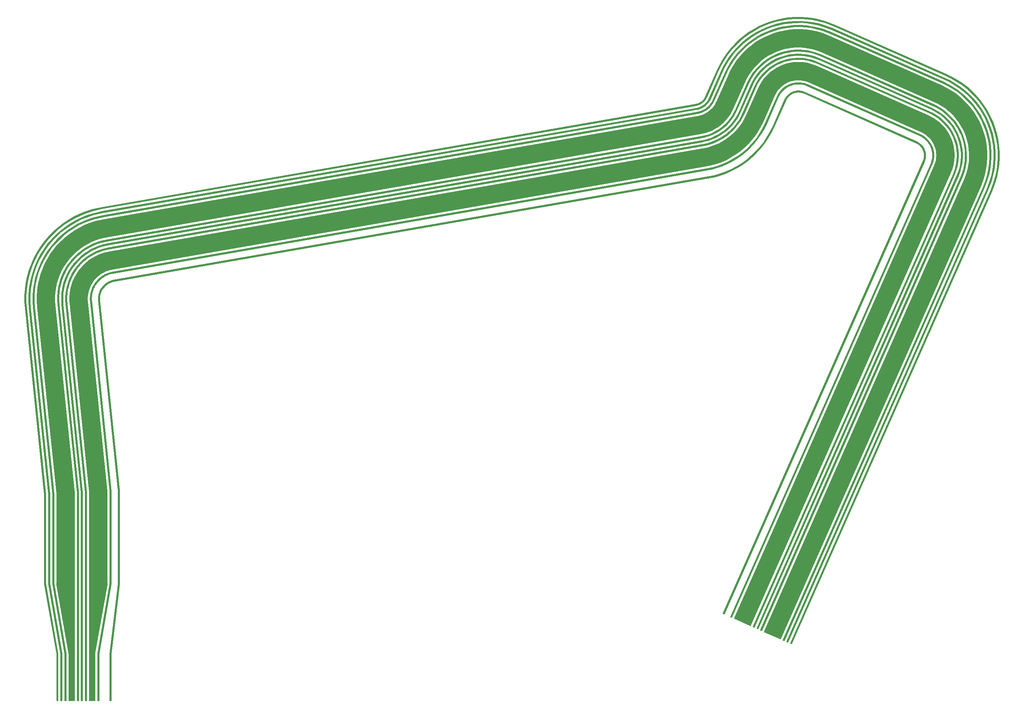
<source format=gbr>
G04 AutoGERB 2.0 for AutoCAD 14*
G04 RS274-X Output *
%FSLAX34Y34*%
%MOMM*%
%ADD12C,0.005000*%
%ADD13C,0.007000*%
G36*X691324Y918835D02*X691324Y1138336D01*X644127Y1594700*X643216Y1608022*X643235Y1621765*X644210Y1635475*X646134Y1649083*X649002Y1662525*X652796Y1675734*X657501Y1688649*X663092Y1701206*X669543Y1713341*X676822Y1724999*X684895Y1736124*X693721Y1746658*X703258Y1756555*X713461Y1765764*X724280Y1774241*X735662Y1781946*X747552Y1788839*X759893Y1794890*X772624Y1800067*X785900Y1804417*X806217Y1809109*X2257544Y2061147*X2262183Y2062120*X2266365Y2063306*X2270458Y2064781*X2274434Y2066535*X2278281Y2068564*X2281978Y2070854*X2285505Y2073396*X2288848Y2076177*X2291990Y2079184*X2294914Y2082402*X2297607Y2085814*X2300056Y2089406*X2302227Y2093122*X2304575Y2097917*X2333046Y2162307*X2338564Y2173697*X2345056Y2185017*X2352320Y2195856*X2360319Y2206164*X2369015Y2215891*X2378368Y2224990*X2388330Y2233417*X2398855Y2241131*X2409891Y2248094*X2421384Y2254271*X2433278Y2259635*X2445517Y2264160*X2458041Y2267821*X2470790Y2270603*X2483699Y2272492*X2496710Y2273478*X2509759Y2273558*X2522781Y2272729*X2535714Y2270997*X2548495Y2268370*X2561277Y2264801*X2579636Y2257854*X2854929Y2136124*X2866320Y2130607*X2877640Y2124114*X2888479Y2116851*X2898786Y2108853*X2908515Y2100157*X2917614Y2090803*X2926041Y2080841*X2933754Y2070316*X2940717Y2059282*X2946896Y2047789*X2952260Y2035894*X2956785Y2023655*X2960446Y2011131*X2963228Y1998383*X2965118Y1985474*X2966104Y1972461*X2966183Y1959413*X2965355Y1946392*X2963623Y1933458*X2960996Y1920677*X2957426Y1907894*X2950476Y1889534*X2461000Y782568*X2419847Y800775*X2908825Y1906611*X2914627Y1921939*X2917233Y1931272*X2919230Y1940985*X2920546Y1950811*X2921174Y1960706*X2921115Y1970622*X2920365Y1980507*X2918929Y1990318*X2916815Y2000006*X2914032Y2009522*X2910595Y2018823*X2906519Y2027860*X2901824Y2036593*X2896533Y2044979*X2890672Y2052976*X2884269Y2060546*X2877354Y2067652*X2869963Y2074260*X2862128Y2080340*X2853891Y2085859*X2845291Y2090792*X2836016Y2095285*X2562561Y2216201*X2547234Y2222000*X2537900Y2224607*X2528187Y2226604*X2518360Y2227920*X2508466Y2228549*X2498551Y2228489*X2488664Y2227739*X2478853Y2226304*X2469166Y2224190*X2459650Y2221407*X2450349Y2217970*X2441311Y2213894*X2432578Y2209199*X2424192Y2203908*X2416195Y2198048*X2408625Y2191645*X2401518Y2184730*X2394910Y2177339*X2388831Y2169505*X2383311Y2161268*X2378379Y2152668*X2373885Y2143392*X2345376Y2078918*X2341916Y2071849*X2338119Y2065351*X2333904Y2059169*X2329269Y2053295*X2324237Y2047759*X2318833Y2042586*X2313082Y2037801*X2307011Y2033427*X2300652Y2029487*X2294035Y2025998*X2287189Y2022978*X2280152Y2020441*X2272954Y2018399*X2266015Y2016944*X815136Y1764984*X797993Y1761026*X788125Y1757792*X778296Y1753795*X768769Y1749124*X759589Y1743801*X750801Y1737854*X742450Y1731309*X734573Y1724200*X727210Y1716559*X720394Y1708425*X714163Y1699838*X708544Y1690836*X703563Y1681467*X699246Y1671774*X695615Y1661805*X692685Y1651606*X690471Y1641228*X688985Y1630722*X688232Y1620138*X688219Y1609527*X688968Y1598549*X736323Y1140657*X736323Y918835*X691324Y918835*G37*G36*X661324Y917547D02*X661324Y1136790D01*X614322Y1591268*X613245Y1607018*X613267Y1622849*X614389Y1638641*X616606Y1654315*X619909Y1669797*X624280Y1685013*X629699Y1699888*X636139Y1714349*X643569Y1728329*X651953Y1741756*X661251Y1754569*X671418Y1766705*X682404Y1778103*X694155Y1788711*X706616Y1798475*X719726Y1807349*X733422Y1815290*X747636Y1822259*X762300Y1828222*X777369Y1833160*X801627Y1838760*X2252754Y2090764*X2255010Y2091237*X2257186Y2091854*X2259313Y2092621*X2261382Y2093534*X2263383Y2094588*X2265304Y2095780*X2267140Y2097102*X2268878Y2098548*X2270512Y2100111*X2272033Y2101785*X2273433Y2103561*X2274708Y2105429*X2275845Y2107377*X2276980Y2109694*X2305468Y2174120*X2312048Y2187702*X2319577Y2200831*X2328002Y2213404*X2337281Y2225362*X2347369Y2236645*X2358217Y2247199*X2369773Y2256974*X2381981Y2265919*X2394780Y2273996*X2408111Y2281163*X2421908Y2287384*X2436104Y2292633*X2450631Y2296879*X2465418Y2300107*X2480394Y2302298*X2495486Y2303442*X2510620Y2303533*X2525725Y2302572*X2540727Y2300563*X2555551Y2297516*X2570153Y2293438*X2592267Y2285071*X2866743Y2163702*X2880326Y2157123*X2893455Y2149593*X2906028Y2141169*X2917986Y2131890*X2929269Y2121802*X2939823Y2110954*X2949597Y2099399*X2958544Y2087191*X2966620Y2074391*X2973788Y2061061*X2980009Y2047264*X2985258Y2033068*X2989504Y2018541*X2992733Y2003754*X2994923Y1988778*X2996068Y1973687*X2996159Y1958552*X2995199Y1943447*X2993190Y1928446*X2990143Y1913621*X2986065Y1899019*X2977693Y1876903*X2488438Y770437*X2483865Y772460*X2973066Y1878800*X2981310Y1900580*X2985280Y1914798*X2988257Y1929283*X2990220Y1943938*X2991158Y1958695*X2991069Y1973482*X2989950Y1988227*X2987810Y2002857*X2984657Y2017304*X2980507Y2031497*X2975380Y2045367*X2969301Y2058846*X2962299Y2071870*X2954409Y2084376*X2945668Y2096302*X2936118Y2107593*X2925806Y2118191*X2914783Y2128047*X2903101Y2137112*X2890816Y2145342*X2877989Y2152700*X2864642Y2159165*X2590370Y2280442*X2568592Y2288683*X2554374Y2292653*X2539890Y2295630*X2525234Y2297593*X2510477Y2298532*X2495691Y2298443*X2480945Y2297325*X2466315Y2295184*X2451868Y2292032*X2437675Y2287882*X2423805Y2282755*X2410326Y2276676*X2397301Y2269675*X2384796Y2261784*X2372868Y2253043*X2361578Y2243494*X2350980Y2233182*X2341124Y2222159*X2332059Y2210477*X2323828Y2198192*X2316471Y2185365*X2310005Y2172019*X2281513Y2107583*X2280256Y2105014*X2278937Y2102756*X2277466Y2100600*X2275850Y2098552*X2274095Y2096620*X2272209Y2094815*X2270203Y2093147*X2268087Y2091621*X2265868Y2090247*X2263559Y2089029*X2261172Y2087976*X2258717Y2087091*X2256207Y2086380*X2253695Y2085853*X802618Y1833857*X778712Y1828339*X764023Y1823525*X749681Y1817692*X735779Y1810877*X722385Y1803110*X709563Y1794432*X697376Y1784882*X685883Y1774508*X675139Y1763360*X665196Y1751492*X656102Y1738961*X647902Y1725828*X640636Y1712156*X634338Y1698013*X629037Y1683466*X624762Y1668584*X621533Y1653442*X619364Y1638112*X618266Y1622668*X618246Y1607185*X619305Y1591695*X666323Y1137047*X666323Y917547*X661324Y917547*G37*G36*X671324Y917547D02*X671324Y1137305D01*X624269Y1592297*X623239Y1607353*X623260Y1622488*X624333Y1637585*X626453Y1652571*X629611Y1667372*X633790Y1681919*X638970Y1696140*X645127Y1709966*X652231Y1723331*X660246Y1736168*X669135Y1748418*X678855Y1760020*X689358Y1770918*X700593Y1781059*X712506Y1790394*X725040Y1798878*X738134Y1806469*X751723Y1813133*X765743Y1818834*X780150Y1823554*X803338Y1828908*X2254465Y2080911*X2257402Y2081527*X2260247Y2082334*X2263029Y2083337*X2265734Y2084531*X2268351Y2085910*X2270865Y2087468*X2273265Y2089196*X2275537Y2091087*X2277674Y2093133*X2279663Y2095322*X2281495Y2097643*X2283161Y2100086*X2284651Y2102635*X2286126Y2105649*X2314614Y2170076*X2320891Y2183032*X2328074Y2195557*X2336111Y2207552*X2344964Y2218960*X2354588Y2229725*X2364937Y2239793*X2375961Y2249117*X2387608Y2257653*X2399819Y2265358*X2412537Y2272196*X2425700Y2278131*X2439243Y2283138*X2453102Y2287189*X2467209Y2290269*X2481497Y2292359*X2495894Y2293450*X2510333Y2293537*X2524743Y2292621*X2539055Y2290704*X2553198Y2287797*X2567129Y2283906*X2588223Y2275925*X2862699Y2154556*X2875655Y2148280*X2888181Y2141097*X2900176Y2133060*X2911584Y2124208*X2922348Y2114584*X2932417Y2104234*X2941741Y2093211*X2950277Y2081564*X2957982Y2069353*X2964820Y2056635*X2970756Y2043472*X2975763Y2029929*X2979814Y2016070*X2982894Y2001963*X2984984Y1987675*X2986076Y1973278*X2986163Y1958839*X2985247Y1944429*X2983331Y1930117*X2980423Y1915974*X2976533Y1902043*X2968547Y1880947*X2479292Y774481*X2474719Y776504*X2963920Y1882844*X2971778Y1903604*X2975560Y1917151*X2978398Y1930954*X2980268Y1944920*X2981162Y1958982*X2981077Y1973073*X2980011Y1987124*X2977971Y2001066*X2974967Y2014833*X2971012Y2028358*X2966127Y2041575*X2960333Y2054420*X2953661Y2066832*X2946142Y2078749*X2937812Y2090114*X2928712Y2100873*X2918885Y2110973*X2908381Y2120365*X2897249Y2129003*X2885542Y2136846*X2873318Y2143857*X2860598Y2150019*X2586326Y2271296*X2565568Y2279151*X2552021Y2282934*X2538218Y2285771*X2524252Y2287642*X2510190Y2288536*X2496099Y2288451*X2482048Y2287386*X2468106Y2285346*X2454339Y2282342*X2440814Y2278387*X2427597Y2273502*X2414752Y2267709*X2402340Y2261037*X2390423Y2253518*X2379058Y2245188*X2368298Y2236088*X2358199Y2226262*X2348807Y2215757*X2340168Y2204625*X2332325Y2192918*X2325314Y2180695*X2319151Y2167975*X2290659Y2103538*X2289060Y2100272*X2287390Y2097413*X2285528Y2094682*X2283480Y2092087*X2281257Y2089642*X2278870Y2087356*X2276328Y2085241*X2273646Y2083309*X2270836Y2081569*X2267913Y2080026*X2264888Y2078692*X2261778Y2077571*X2258599Y2076670*X2255406Y2076000*X804329Y1824005*X781493Y1818733*X767466Y1814137*X753768Y1808566*X740491Y1802056*X727699Y1794639*X715453Y1786351*X703814Y1777230*X692837Y1767323*X682576Y1756675*X673080Y1745341*X664395Y1733373*X656564Y1720830*X649624Y1707773*X643609Y1694265*X638547Y1680372*X634464Y1666159*X631380Y1651698*X629308Y1637056*X628259Y1622307*X628240Y1607520*X629252Y1592724*X676323Y1137562*X676323Y917547*X671324Y917547*G37*G36*X681324Y917547D02*X681324Y1137821D01*X634215Y1593325*X633234Y1607687*X633254Y1622126*X634277Y1636530*X636300Y1650826*X639312Y1664947*X643299Y1678825*X648241Y1692392*X654115Y1705583*X660892Y1718333*X668539Y1730580*X677020Y1742267*X686292Y1753336*X696313Y1763732*X707031Y1773407*X718397Y1782312*X730354Y1790407*X742846Y1797649*X755810Y1804006*X769185Y1809445*X782931Y1813949*X805049Y1819055*X2256176Y2071059*X2259794Y2071817*X2263309Y2072815*X2266745Y2074053*X2270088Y2075528*X2273319Y2077231*X2276425Y2079156*X2279388Y2081291*X2282197Y2083628*X2284836Y2086154*X2287293Y2088858*X2289556Y2091725*X2291614Y2094743*X2293455Y2097893*X2295272Y2101605*X2323760Y2166032*X2329733Y2178362*X2336570Y2190283*X2344220Y2201700*X2352646Y2212558*X2361806Y2222804*X2371657Y2232387*X2382149Y2241262*X2393235Y2249386*X2404858Y2256720*X2416962Y2263228*X2429491Y2268878*X2442382Y2273643*X2455573Y2277499*X2469000Y2280430*X2482599Y2282420*X2496303Y2283458*X2510046Y2283542*X2523761Y2282669*X2537384Y2280845*X2550845Y2278078*X2564106Y2274374*X2584179Y2266779*X2858655Y2145411*X2870985Y2139438*X2882907Y2132601*X2894324Y2124951*X2905182Y2116525*X2915428Y2107365*X2925011Y2097515*X2933886Y2087022*X2942011Y2075937*X2949344Y2064314*X2955853Y2052209*X2961502Y2039681*X2966268Y2026790*X2970124Y2013600*X2973056Y2000172*X2975045Y1986573*X2976084Y1972870*X2976167Y1959127*X2975295Y1945411*X2973471Y1931788*X2970704Y1918327*X2967000Y1905066*X2959401Y1884991*X2470146Y778525*X2465573Y780548*X2954774Y1886888*X2962245Y1906627*X2965841Y1919504*X2968538Y1932625*X2970316Y1945902*X2971166Y1959270*X2971085Y1972665*X2970072Y1986022*X2968133Y1999275*X2965277Y2012363*X2961517Y2025219*X2956873Y2037784*X2951366Y2049994*X2945023Y2061793*X2937876Y2073122*X2929957Y2083925*X2921306Y2094154*X2911965Y2103754*X2901979Y2112682*X2891397Y2120894*X2880268Y2128350*X2868648Y2135015*X2856554Y2140874*X2582282Y2262150*X2562545Y2269619*X2549668Y2273215*X2536547Y2275912*X2523270Y2277690*X2509903Y2278541*X2496508Y2278459*X2483150Y2277447*X2469897Y2275507*X2456810Y2272652*X2443953Y2268892*X2431388Y2264249*X2419177Y2258741*X2407379Y2252399*X2396050Y2245251*X2385246Y2237333*X2375018Y2228682*X2365417Y2219341*X2356489Y2209355*X2348277Y2198773*X2340821Y2187644*X2334156Y2176025*X2328297Y2163931*X2299805Y2099494*X2297864Y2095530*X2295843Y2092070*X2293589Y2088764*X2291110Y2085623*X2288419Y2082663*X2285528Y2079895*X2282453Y2077336*X2279206Y2074997*X2275804Y2072890*X2272265Y2071023*X2268604Y2069408*X2264840Y2068052*X2260991Y2066960*X2257117Y2066148*X806040Y1814152*X784274Y1809128*X770908Y1804748*X757855Y1799439*X745203Y1793236*X733013Y1786168*X721344Y1778269*X710252Y1769578*X699792Y1760137*X690013Y1749991*X680965Y1739190*X672688Y1727785*X665225Y1715832*X658612Y1703390*X652880Y1690517*X648056Y1677278*X644165Y1663734*X641227Y1649953*X639252Y1636001*X638253Y1621945*X638235Y1607854*X639198Y1593752*X686323Y1138078*X686323Y917547*X681324Y917547*G37*G36*X761324Y918833D02*X761324Y1141947D01*X713791Y1601555*X713189Y1610363*X713202Y1619235*X713830Y1628085*X715073Y1636870*X716924Y1645547*X719374Y1654074*X722410Y1662411*X726020Y1670516*X730184Y1678350*X734883Y1685875*X740094Y1693056*X745792Y1699858*X751949Y1706246*X758535Y1712191*X765518Y1717663*X772866Y1722637*X780541Y1727087*X788507Y1730993*X796726Y1734335*X805182Y1737105*X818736Y1740235*X2269864Y1992238*X2278930Y1994140*X2287801Y1996656*X2296474Y1999782*X2304910Y2003505*X2313066Y2007803*X2320903Y2012660*X2328383Y2018050*X2335472Y2023947*X2342132Y2030322*X2348333Y2037145*X2354044Y2044384*X2359238Y2052001*X2363888Y2059957*X2368438Y2069253*X2396926Y2133679*X2400472Y2140999*X2404539Y2148092*X2409091Y2154884*X2414104Y2161344*X2419554Y2167440*X2425414Y2173141*X2431657Y2178422*X2438252Y2183254*X2445167Y2187617*X2452368Y2191489*X2459822Y2194850*X2467491Y2197686*X2475339Y2199980*X2483328Y2201724*X2491418Y2202907*X2499571Y2203525*X2507747Y2203575*X2515907Y2203056*X2524012Y2201970*X2532020Y2200324*X2539920Y2198117*X2551826Y2193613*X2826302Y2072244*X2833622Y2068698*X2840715Y2064631*X2847507Y2060080*X2853967Y2055067*X2860063Y2049617*X2865764Y2043757*X2871044Y2037515*X2875878Y2030919*X2880241Y2024005*X2884113Y2016803*X2887474Y2009349*X2890310Y2001680*X2892604Y1993833*X2894348Y1985844*X2895532Y1977753*X2896150Y1969601*X2896199Y1961425*X2895680Y1953264*X2894595Y1945160*X2892949Y1937151*X2890743Y1929252*X2886235Y1917344*X2396980Y810878*X2392407Y812901*X2881608Y1919241*X2885988Y1930813*X2888086Y1938328*X2889662Y1945997*X2890701Y1953755*X2891198Y1961568*X2891151Y1969396*X2890559Y1977202*X2889425Y1984947*X2887757Y1992596*X2885559Y2000109*X2882845Y2007452*X2879626Y2014588*X2875920Y2021484*X2871743Y2028104*X2867115Y2034418*X2862059Y2040396*X2856600Y2046006*X2850764Y2051224*X2844580Y2056023*X2838076Y2060380*X2831285Y2064275*X2824201Y2067707*X2549929Y2188984*X2538359Y2193362*X2530843Y2195461*X2523175Y2197037*X2515416Y2198077*X2507604Y2198574*X2499776Y2198526*X2491969Y2197934*X2484223Y2196801*X2476576Y2195133*X2469062Y2192935*X2461719Y2190221*X2454583Y2187002*X2447688Y2183296*X2441067Y2179119*X2434752Y2174491*X2428775Y2169436*X2423165Y2163977*X2417947Y2158141*X2413148Y2151957*X2408790Y2145453*X2404895Y2138662*X2401463Y2131578*X2372971Y2067142*X2368297Y2057594*X2363467Y2049328*X2358077Y2041423*X2352150Y2033912*X2345715Y2026831*X2338803Y2020214*X2331448Y2014095*X2323684Y2008501*X2315551Y2003462*X2307087Y1999000*X2298333Y1995137*X2289332Y1991893*X2280127Y1989283*X2270805Y1987327*X819727Y1735332*X806525Y1732284*X798449Y1729638*X790552Y1726426*X782898Y1722674*X775525Y1718398*X768465Y1713620*X761756Y1708362*X755428Y1702651*X749513Y1696513*X744039Y1689979*X739032Y1683080*X734517Y1675849*X730517Y1668323*X727049Y1660536*X724131Y1652527*X721777Y1644334*X720000Y1635997*X718805Y1627556*X718201Y1619054*X718190Y1610530*X718774Y1601982*X766323Y1142204*X766323Y918833*X761324Y918833*G37*G36*X751324Y918833D02*X751324Y1141431D01*X703844Y1600526*X703194Y1610028*X703208Y1619596*X703886Y1629141*X705226Y1638614*X707223Y1647972*X709865Y1657168*X713139Y1666158*X717032Y1674899*X721523Y1683348*X726590Y1691464*X732209Y1699208*X738354Y1706543*X744994Y1713432*X752097Y1719843*X759628Y1725744*X767552Y1731108*X775829Y1735907*X784420Y1740120*X793283Y1743723*X802400Y1746711*X817025Y1750088*X2268153Y2002091*X2276538Y2003850*X2284739Y2006176*X2292758Y2009066*X2300557Y2012508*X2308098Y2016482*X2315343Y2020972*X2322259Y2025955*X2328812Y2031407*X2334970Y2037301*X2340703Y2043609*X2345983Y2050301*X2350785Y2057344*X2355084Y2064699*X2359292Y2073297*X2387780Y2137723*X2391630Y2145669*X2396043Y2153366*X2400982Y2160736*X2406422Y2167746*X2412335Y2174360*X2418695Y2180547*X2425468Y2186276*X2432625Y2191521*X2440128Y2196255*X2447942Y2200457*X2456031Y2204104*X2464352Y2207180*X2472868Y2209670*X2481537Y2211562*X2490316Y2212846*X2499162Y2213517*X2508034Y2213570*X2516889Y2213007*X2525683Y2211830*X2534373Y2210043*X2542943Y2207649*X2555871Y2202758*X2830347Y2081390*X2838293Y2077541*X2845989Y2073127*X2853359Y2068189*X2860369Y2062749*X2866984Y2056836*X2873170Y2050476*X2878900Y2043703*X2884145Y2036547*X2888879Y2029043*X2893081Y2021229*X2896728Y2013141*X2899805Y2004819*X2902294Y1996304*X2904187Y1987635*X2905471Y1978856*X2906142Y1970009*X2906195Y1961137*X2905632Y1952283*X2904455Y1943488*X2902668Y1934798*X2900275Y1926228*X2895381Y1913300*X2406126Y806834*X2401553Y808857*X2890754Y1915197*X2895520Y1927789*X2897805Y1935975*X2899522Y1944325*X2900653Y1952774*X2901194Y1961280*X2901143Y1969804*X2900498Y1978305*X2899264Y1986738*X2897447Y1995067*X2895054Y2003248*X2892099Y2011244*X2888594Y2019014*X2884558Y2026522*X2880010Y2033732*X2874971Y2040606*X2869465Y2047115*X2863521Y2053225*X2857166Y2058906*X2850432Y2064132*X2843350Y2068876*X2835956Y2073118*X2828246Y2076853*X2553974Y2198129*X2541382Y2202894*X2533196Y2205180*X2524846Y2206897*X2516398Y2208028*X2507891Y2208569*X2499367Y2208518*X2490867Y2207873*X2482432Y2206639*X2474105Y2204823*X2465923Y2202429*X2457928Y2199475*X2450157Y2195970*X2442649Y2191934*X2435440Y2187386*X2428565Y2182347*X2422056Y2176842*X2415946Y2170897*X2410265Y2164543*X2405039Y2157809*X2400294Y2150727*X2396053Y2143332*X2392317Y2135622*X2363825Y2071186*X2359493Y2062336*X2355014Y2054671*X2350016Y2047340*X2344520Y2040376*X2338553Y2033810*X2332143Y2027674*X2325324Y2022000*X2318124Y2016813*X2310583Y2012141*X2302734Y2008003*X2294617Y2004421*X2286270Y2001413*X2277735Y1998993*X2269094Y1997180*X818016Y1745185*X803743Y1741890*X795006Y1739026*X786465Y1735553*X778186Y1731494*X770211Y1726869*X762575Y1721701*X755318Y1716014*X748473Y1709837*X742075Y1703198*X736154Y1696131*X730739Y1688669*X725856Y1680847*X721529Y1672706*X717778Y1664283*X714622Y1655621*X712076Y1646759*X710153Y1637741*X708861Y1628612*X708207Y1619415*X708195Y1610195*X708827Y1600953*X756323Y1141688*X756323Y918833*X751324Y918833*G37*G36*X741324Y918833D02*X741324Y1140916D01*X693897Y1599497*X693200Y1609694*X693215Y1619958*X693942Y1630195*X695379Y1640359*X697521Y1650397*X700355Y1660262*X703868Y1669906*X708044Y1679282*X712861Y1688346*X718297Y1697052*X724325Y1705359*X730917Y1713227*X738040Y1720617*X745659Y1727495*X753738Y1733825*X762238Y1739579*X771117Y1744727*X780333Y1749246*X789841Y1753112*X799619Y1756316*X815314Y1759940*X2266442Y2011944*X2274146Y2013559*X2281678Y2015696*X2289042Y2018350*X2296204Y2021511*X2303129Y2025161*X2309784Y2029284*X2316134Y2033860*X2322153Y2038867*X2327808Y2044280*X2333073Y2050073*X2337922Y2056219*X2342332Y2062687*X2346280Y2069441*X2350146Y2077341*X2378635Y2141767*X2382787Y2150340*X2387547Y2158640*X2392873Y2166588*X2398739Y2174147*X2405117Y2181281*X2411975Y2187952*X2419279Y2194131*X2426997Y2199787*X2435089Y2204893*X2443517Y2209424*X2452239Y2213357*X2461214Y2216675*X2470397Y2219360*X2479746Y2221400*X2489213Y2222785*X2498754Y2223508*X2508322Y2223566*X2517871Y2222959*X2527355Y2221689*X2536726Y2219762*X2545966Y2217182*X2559915Y2211904*X2834391Y2090536*X2842963Y2086383*X2851263Y2081624*X2859211Y2076298*X2866771Y2070432*X2873904Y2064054*X2880576Y2057197*X2886755Y2049892*X2892411Y2042174*X2897517Y2034082*X2902048Y2025655*X2905981Y2016932*X2909300Y2007958*X2911984Y1998774*X2914025Y1989426*X2915410Y1979958*X2916133Y1970418*X2916191Y1960850*X2915584Y1951301*X2914314Y1941817*X2912388Y1932445*X2909807Y1923205*X2904526Y1909256*X2415271Y802790*X2410698Y804813*X2899899Y1911153*X2905052Y1924766*X2907525Y1933622*X2909381Y1942654*X2910605Y1951792*X2911190Y1960993*X2911134Y1970213*X2910437Y1979407*X2909102Y1988529*X2907137Y1997537*X2904549Y2006387*X2901352Y2015035*X2897561Y2023440*X2893196Y2031561*X2888276Y2039359*X2882826Y2046795*X2876871Y2053834*X2870441Y2060443*X2863568Y2066589*X2856284Y2072241*X2848624Y2077373*X2840626Y2081960*X2832290Y2085999*X2558018Y2207275*X2544405Y2212427*X2535549Y2214899*X2526518Y2216756*X2517380Y2217980*X2508179Y2218565*X2498959Y2218509*X2489764Y2217812*X2480641Y2216477*X2471634Y2214513*X2462785Y2211924*X2454136Y2208728*X2445732Y2204937*X2437610Y2200572*X2429812Y2195652*X2422376Y2190202*X2415336Y2184247*X2408728Y2177818*X2402582Y2170944*X2396930Y2163661*X2391798Y2156001*X2387210Y2148003*X2383172Y2139666*X2354679Y2075230*X2350689Y2067078*X2346561Y2060014*X2341955Y2053258*X2336890Y2046840*X2331391Y2040789*X2325484Y2035134*X2319199Y2029905*X2312565Y2025125*X2305614Y2020818*X2298381Y2017006*X2290901Y2013705*X2283209Y2010933*X2275343Y2008702*X2267383Y2007033*X816305Y1755037*X800962Y1751495*X791564Y1748415*X782378Y1744679*X773474Y1740314*X764897Y1735340*X756685Y1729782*X748880Y1723666*X741519Y1717022*X734638Y1709882*X728270Y1702282*X722446Y1694257*X717194Y1685845*X712541Y1677089*X708507Y1668031*X705112Y1658715*X702374Y1649184*X700306Y1639486*X698917Y1629668*X698214Y1619777*X698201Y1609861*X698880Y1599924*X746323Y1141173*X746323Y918833*X741324Y918833*G37*G36*X771324Y918835D02*X771324Y1142462D01*X723703Y1602929*X723171Y1610696*X723183Y1618875*X723763Y1627031*X724908Y1635127*X726614Y1643124*X728871Y1650984*X731671Y1658667*X734997Y1666137*X738835Y1673359*X743165Y1680293*X747968Y1686913*X753221Y1693182*X758894Y1699069*X764965Y1704549*X771402Y1709591*X778172Y1714175*X785248Y1718277*X792591Y1721877*X800165Y1724957*X808151Y1727574*X819906Y1730288*X2271232Y1982327*X2281320Y1984443*X2290858Y1987147*X2300185Y1990510*X2309257Y1994513*X2318028Y1999136*X2326456Y2004359*X2334500Y2010154*X2342123Y2016496*X2349285Y2023352*X2355953Y2030689*X2362095Y2038473*X2367682Y2046666*X2372661Y2055185*X2377740Y2065564*X2406212Y2129954*X2409303Y2136335*X2413025Y2142824*X2417190Y2149041*X2421778Y2154950*X2426762Y2160526*X2432125Y2165743*X2437836Y2170575*X2443871Y2174998*X2450200Y2178991*X2456789Y2182533*X2463608Y2185608*X2470626Y2188202*X2477807Y2190302*X2485117Y2191897*X2492519Y2192980*X2499979Y2193545*X2507461Y2193591*X2514928Y2193115*X2522341Y2192122*X2529670Y2190616*X2537091Y2188544*X2547283Y2184687*X2822577Y2062958*X2828956Y2059867*X2835447Y2056146*X2841663Y2051980*X2847573Y2047394*X2853149Y2042409*X2858367Y2037047*X2863200Y2031333*X2867622Y2025298*X2871613Y2018973*X2875156Y2012383*X2878232Y2005563*X2880826Y1998545*X2882926Y1991364*X2884521Y1984054*X2885604Y1976652*X2886169Y1969192*X2886215Y1961712*X2885741Y1954245*X2884747Y1946830*X2883241Y1939501*X2881168Y1932078*X2877309Y1921885*X2387833Y814920*X2346680Y833127*X2835658Y1938964*X2838369Y1946125*X2839478Y1950096*X2840354Y1954355*X2840930Y1958664*X2841206Y1963003*X2841180Y1967353*X2840851Y1971689*X2840222Y1975991*X2839295Y1980239*X2838075Y1984412*X2836567Y1988490*X2834779Y1992454*X2832720Y1996284*X2830399Y1999963*X2827829Y2003470*X2825022Y2006788*X2821990Y2009904*X2818748Y2012803*X2815312Y2015469*X2811700Y2017889*X2807929Y2020052*X2803662Y2022119*X2530208Y2143034*X2523048Y2145743*X2519075Y2146853*X2514816Y2147729*X2510505Y2148306*X2506166Y2148582*X2501818Y2148556*X2497482Y2148227*X2493180Y2147598*X2488932Y2146671*X2484759Y2145451*X2480681Y2143943*X2476716Y2142154*X2472885Y2140096*X2469210Y2137777*X2465703Y2135206*X2462382Y2132398*X2459267Y2129367*X2456367Y2126123*X2453701Y2122688*X2451282Y2119077*X2449118Y2115304*X2447051Y2111039*X2418543Y2046567*X2412350Y2033914*X2405743Y2022607*X2398392Y2011828*X2390310Y2001584*X2381534Y1991927*X2372108Y1982905*X2362077Y1974559*X2351491Y1966932*X2340399Y1960059*X2328856Y1953974*X2316918Y1948707*X2304643Y1944282*X2292089Y1940722*X2279703Y1938124*X828823Y1686163*X820244Y1684183*X815666Y1682682*X810992Y1680782*X806463Y1678562*X802101Y1676032*X797923Y1673204*X793952Y1670092*X790209Y1666714*X786708Y1663081*X783469Y1659216*X780508Y1655134*X777836Y1650854*X775468Y1646400*X773416Y1641792*X771690Y1637053*X770297Y1632205*X769245Y1627272*X768538Y1622278*X768180Y1617246*X768174Y1612203*X768544Y1606780*X816323Y1144783*X816323Y918835*X771324Y918835*G37*G36*X821324Y917512D02*X821324Y1145041D01*X773473Y1607726*X773155Y1612369*X773162Y1617066*X773495Y1621752*X774153Y1626403*X775133Y1630996*X776430Y1635510*X778037Y1639924*X779948Y1644215*X782153Y1648363*X784641Y1652347*X787399Y1656149*X790416Y1659750*X793676Y1663132*X797162Y1666279*X800860Y1669176*X804749Y1671809*X808813Y1674165*X813030Y1676233*X817381Y1678002*X821870Y1679473*X829002Y1681120*X2280130Y1933123*X2293282Y1935882*X2306169Y1939537*X2318771Y1944079*X2331026Y1949487*X2342876Y1955733*X2354262Y1962789*X2365131Y1970619*X2375428Y1979186*X2385104Y1988448*X2394113Y1998361*X2402411Y2008878*X2409957Y2019945*X2416713Y2031505*X2423313Y2044988*X2451801Y2109415*X2453526Y2112977*X2455517Y2116448*X2457744Y2119771*X2460197Y2122933*X2462864Y2125916*X2465731Y2128706*X2468786Y2131290*X2472014Y2133656*X2475398Y2135790*X2478922Y2137685*X2482570Y2139330*X2486323Y2140718*X2490163Y2141840*X2494074Y2142694*X2498032Y2143273*X2502022Y2143575*X2506023Y2143599*X2510016Y2143345*X2513982Y2142814*X2517902Y2142009*X2521780Y2140925*X2527562Y2138738*X2802038Y2017370*X2805600Y2015644*X2809071Y2013654*X2812395Y2011427*X2815556Y2008973*X2818540Y2006307*X2821329Y2003438*X2823913Y2000384*X2826278Y1997156*X2828414Y1993773*X2830309Y1990248*X2831953Y1986601*X2833340Y1982848*X2834464Y1979008*X2835318Y1975097*X2835897Y1971138*X2836199Y1967149*X2836223Y1963148*X2835969Y1959155*X2835438Y1955189*X2834633Y1951269*X2833549Y1947391*X2831361Y1941608*X2342105Y835142*X2337532Y837165*X2826732Y1943505*X2828794Y1948952*X2829770Y1952446*X2830505Y1956024*X2830990Y1959646*X2831222Y1963291*X2831200Y1966944*X2830924Y1970587*X2830395Y1974202*X2829617Y1977771*X2828591Y1981277*X2827324Y1984704*X2825822Y1988035*X2824093Y1991252*X2822143Y1994341*X2819984Y1997287*X2817624Y2000077*X2815077Y2002696*X2812353Y2005130*X2809468Y2007370*X2806432Y2009403*X2803263Y2011221*X2799937Y2012833*X2525665Y2134109*X2520219Y2136170*X2516725Y2137146*X2513147Y2137881*X2509525Y2138366*X2505880Y2138598*X2502227Y2138576*X2498583Y2138300*X2494969Y2137771*X2491400Y2136993*X2487894Y2135967*X2484467Y2134701*X2481137Y2133198*X2477919Y2131469*X2474829Y2129519*X2471883Y2127361*X2469094Y2125001*X2466475Y2122453*X2464040Y2119730*X2461801Y2116844*X2459768Y2113809*X2457949Y2110640*X2456338Y2107314*X2427846Y2042877*X2421122Y2029142*X2414186Y2017272*X2406444Y2005917*X2397930Y1995128*X2388687Y1984957*X2378759Y1975453*X2368194Y1966664*X2357043Y1958630*X2345361Y1951392*X2333203Y1944982*X2320630Y1939434*X2307700Y1934774*X2294479Y1931025*X2281071Y1928212*X829993Y1676217*X823213Y1674652*X819104Y1673305*X815075Y1671666*X811170Y1669752*X807408Y1667570*X803807Y1665133*X800383Y1662450*X797155Y1659537*X794137Y1656405*X791344Y1653072*X788790Y1649552*X786486Y1645862*X784445Y1642022*X782676Y1638049*X781187Y1633963*X779986Y1629783*X779080Y1625530*X778470Y1621223*X778161Y1616885*X778156Y1612536*X778456Y1608155*X826323Y1145298*X826323Y917512*X821324Y917512*G37*G36*X841324Y917364D02*X841324Y1146073D01*X793367Y1609783*X793144Y1613038*X793149Y1616344*X793383Y1619641*X793846Y1622914*X794536Y1626146*X795449Y1629324*X796580Y1632429*X797925Y1635449*X799476Y1638368*X801227Y1641172*X803168Y1643846*X805291Y1646380*X807585Y1648760*X810038Y1650974*X812640Y1653014*X815377Y1654867*X818237Y1656525*X821205Y1657980*X824266Y1659225*X827432Y1660262*X832424Y1661415*X2283552Y1913418*X2298066Y1916462*X2312292Y1920497*X2326203Y1925511*X2339732Y1931481*X2352812Y1938376*X2365382Y1946165*X2377378Y1954809*X2388746Y1964266*X2399428Y1974490*X2409373Y1985433*X2418533Y1997042*X2426863Y2009259*X2434322Y2022021*X2441604Y2036900*X2470092Y2101326*X2471211Y2103636*X2472509Y2105900*X2473962Y2108068*X2475562Y2110129*X2477301Y2112075*X2479172Y2113894*X2481163Y2115579*X2483269Y2117122*X2485475Y2118515*X2487775Y2119751*X2490153Y2120823*X2492600Y2121728*X2495105Y2122460*X2497654Y2123017*X2500237Y2123395*X2502839Y2123592*X2505448Y2123608*X2508053Y2123442*X2510640Y2123096*X2513195Y2122570*X2515733Y2121861*X2519474Y2120446*X2793951Y1999078*X2796259Y1997959*X2798522Y1996662*X2800691Y1995209*X2802753Y1993609*X2804698Y1991870*X2806518Y1989999*X2808204Y1988006*X2809745Y1985902*X2811138Y1983695*X2812374Y1981396*X2813446Y1979018*X2814352Y1976570*X2815083Y1974066*X2815641Y1971516*X2816018Y1968934*X2816216Y1966332*X2816231Y1963723*X2816066Y1961118*X2815719Y1958531*X2815194Y1955975*X2814485Y1953438*X2813070Y1949697*X2323814Y843231*X2319241Y845254*X2808441Y1951594*X2809730Y1954999*X2810331Y1957152*X2810786Y1959368*X2811087Y1961609*X2811230Y1963866*X2811217Y1966127*X2811045Y1968383*X2810718Y1970619*X2810236Y1972829*X2809601Y1974999*X2808817Y1977121*X2807887Y1979183*X2806817Y1981174*X2805610Y1983087*X2804273Y1984911*X2802813Y1986638*X2801235Y1988259*X2799550Y1989766*X2797764Y1991152*X2795885Y1992411*X2793922Y1993536*X2791848Y1994541*X2517577Y2115817*X2514172Y2117106*X2512018Y2117707*X2509803Y2118163*X2507562Y2118463*X2505305Y2118607*X2503044Y2118593*X2500788Y2118422*X2498551Y2118094*X2496342Y2117613*X2494171Y2116977*X2492050Y2116194*X2489988Y2115264*X2487996Y2114194*X2486084Y2112987*X2484260Y2111650*X2482533Y2110189*X2480912Y2108612*X2479405Y2106926*X2478019Y2105139*X2476760Y2103261*X2475634Y2101299*X2474629Y2099225*X2446137Y2034789*X2438731Y2019658*X2431092Y2006586*X2422566Y1994081*X2413190Y1982200*X2403011Y1970999*X2392077Y1960533*X2380443Y1950854*X2368163Y1942006*X2355297Y1934035*X2341909Y1926976*X2328062Y1920866*X2313823Y1915734*X2299263Y1911605*X2284493Y1908507*X833415Y1656512*X828775Y1655441*X825989Y1654528*X823250Y1653413*X820594Y1652112*X818036Y1650628*X815587Y1648971*X813259Y1647147*X811064Y1645165*X809012Y1643035*X807113Y1640769*X805376Y1638375*X803809Y1635867*X802422Y1633256*X801219Y1630554*X800206Y1627775*X799389Y1624933*X798773Y1622041*X798358Y1619112*X798148Y1616163*X798145Y1613205*X798350Y1610212*X846323Y1146330*X846323Y917364*X841324Y917364*G37*G36*X816672Y919333D02*X786037Y745446D01*X771352Y746735*X771410Y923297*X816672Y919333*G37*G36*X666286Y919264D02*X696286Y747994D01*X691361Y747132*X661361Y918401*X666286Y919264*G37*G36*X676286Y919264D02*X706286Y747994D01*X701361Y747132*X671361Y918401*X676286Y919264*G37*G36*X686286Y919264D02*X716286Y747994D01*X711361Y747132*X681361Y918401*X686286Y919264*G37*G36*X746323Y918832D02*X746323Y747562D01*X741324Y747563*X741324Y918832*X746323Y918832*G37*G36*X756323Y918832D02*X756323Y747562D01*X751324Y747563*X751324Y918832*X756323Y918832*G37*G36*X766323Y918832D02*X766323Y747562D01*X761324Y747563*X761324Y918832*X766323Y918832*G37*G36*X736238Y923297D02*X736295Y746732D01*X721609Y745449*X690976Y919333*X736238Y923297*G37*G54D12*X753824Y632296D02*X753824Y747563D01*G54D12*X763824Y632296D02*X763824Y747563D01*G54D12*X743824Y632296D02*X743824Y747563D01*G54D12*X713824Y632296D02*X713824Y747563D01*G54D12*X703824Y632296D02*X703824Y747563D01*G54D12*X693824Y632296D02*X693824Y747563D01*G36*X696323Y747562D02*X696323Y632295D01*X691324Y632296*X691324Y747562*X696323Y747562*G37*G36*X706323Y747562D02*X706323Y632295D01*X701324Y632296*X701324Y747562*X706323Y747562*G37*G36*X716323Y747562D02*X716323Y632295D01*X711324Y632296*X711324Y747562*X716323Y747562*G37*G36*X746323Y747562D02*X746323Y632295D01*X741324Y632296*X741324Y747562*X746323Y747562*G37*G36*X756323Y747562D02*X756323Y632295D01*X751324Y632296*X751324Y747562*X756323Y747562*G37*G36*X766323Y747562D02*X766323Y632295D01*X761324Y632296*X761324Y747562*X766323Y747562*G37*G36*X721324Y632296D02*X721324Y747563D01*X736323Y747560*X736323Y632296*X721324Y632296*G37*G36*X771324Y632296D02*X771324Y747563D01*X786323Y747560*X786323Y632296*X771324Y632296*G37*G36*X846306Y917071D02*X826306Y747270D01*X821341Y747856*X841341Y917656*X846306Y917071*G37*G36*X826286Y918401D02*X796286Y747131D01*X791361Y747995*X821361Y919264*X826286Y918401*G37*G54D12*X793824Y632296D02*X793824Y747563D01*G36*X796323Y747562D02*X796323Y632295D01*X791324Y632296*X791324Y747562*X796323Y747562*G37*G36*X826323Y747562D02*X826323Y632295D01*X821324Y632296*X821324Y747562*X826323Y747562*G37*M02*
</source>
